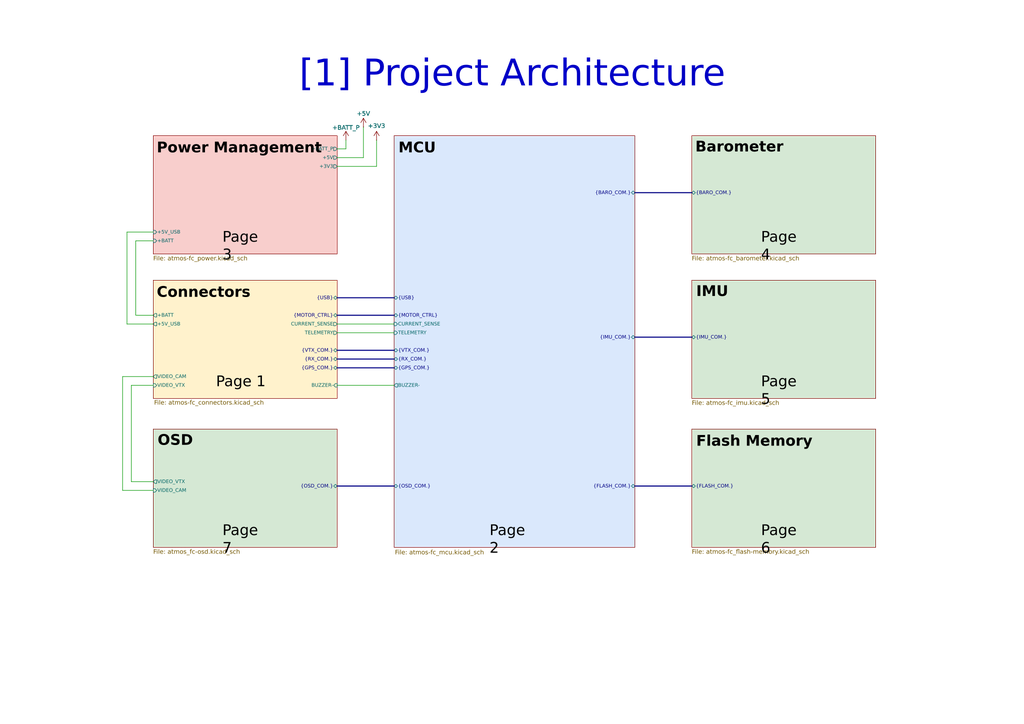
<source format=kicad_sch>
(kicad_sch (version 20231120) (generator "eeschema") (generator_version "8.0")
  (paper "A4")
  (title_block (title "Project Architecture") (date "2025-09-01") (rev "0.1"))
  (lib_symbols
    (symbol "0_power:+BATT_P" (power) (in_bom no) (on_board no)
      (property "Value" "+BATT_P" (at 0 1.27 0))
      (symbol "+BATT_P_0_1"
        (polyline (pts (xy -0.762 -1.27) (xy 0 0)))
        (polyline (pts (xy 0 -2.54) (xy 0 0)))
        (polyline (pts (xy 0 0) (xy 0.762 -1.27)))
      )
      (symbol "+BATT_P_1_1"
        (pin power_in line (at 0 -2.54 270) (length 0) hide (name "+BATT_P") (number ""))
      )
    )
    (symbol "power:+3V3" (power) (pin_numbers hide) (pin_names (offset 0) hide)
      (property "Value" "+3V3" (at 0 3.556 0))
      (symbol "+3V3_0_1"
        (polyline (pts (xy -0.762 1.27) (xy 0 2.54)))
        (polyline (pts (xy 0 0) (xy 0 2.54)))
        (polyline (pts (xy 0 2.54) (xy 0.762 1.27)))
      )
      (symbol "+3V3_1_1"
        (pin power_in line (at 0 0 90) (length 0) (name "~") (number "1"))
      )
    )
    (symbol "power:+5V" (power) (pin_numbers hide) (pin_names (offset 0) hide)
      (property "Value" "+5V" (at 0 3.556 0))
      (symbol "+5V_0_1"
        (polyline (pts (xy -0.762 1.27) (xy 0 2.54)))
        (polyline (pts (xy 0 0) (xy 0 2.54)))
        (polyline (pts (xy 0 2.54) (xy 0.762 1.27)))
      )
      (symbol "+5V_1_1"
        (pin power_in line (at 0 0 90) (length 0) (name "~") (number "1"))
      )
    )
  )
  (wire (pts (xy 44.45 139.7) (xy 38.1 139.7)))
  (bus (pts (xy 97.79 104.14) (xy 114.3 104.14)))
  (wire (pts (xy 105.41 36.83) (xy 105.41 45.72)))
  (wire (pts (xy 35.56 142.24) (xy 44.45 142.24)))
  (wire (pts (xy 35.56 109.22) (xy 35.56 142.24)))
  (wire (pts (xy 97.79 96.52) (xy 114.3 96.52)))
  (wire (pts (xy 38.1 139.7) (xy 38.1 111.76)))
  (wire (pts (xy 97.79 93.98) (xy 114.3 93.98)))
  (wire (pts (xy 36.83 93.98) (xy 36.83 67.31)))
  (wire (pts (xy 97.79 111.76) (xy 114.3 111.76)))
  (wire (pts (xy 100.33 40.64) (xy 100.33 43.18)))
  (wire (pts (xy 97.79 45.72) (xy 105.41 45.72)))
  (bus (pts (xy 97.79 101.6) (xy 114.3 101.6)))
  (bus (pts (xy 97.79 140.97) (xy 114.3 140.97)))
  (wire (pts (xy 44.45 109.22) (xy 35.56 109.22)))
  (bus (pts (xy 184.15 97.79) (xy 200.66 97.79)))
  (wire (pts (xy 97.79 48.26) (xy 109.22 48.26)))
  (wire (pts (xy 39.37 91.44) (xy 39.37 69.85)))
  (bus (pts (xy 97.79 91.44) (xy 114.3 91.44)))
  (wire (pts (xy 38.1 111.76) (xy 44.45 111.76)))
  (wire (pts (xy 44.45 93.98) (xy 36.83 93.98)))
  (bus (pts (xy 184.15 55.88) (xy 200.66 55.88)))
  (bus (pts (xy 184.15 140.97) (xy 200.66 140.97)))
  (wire (pts (xy 97.79 43.18) (xy 100.33 43.18)))
  (wire (pts (xy 36.83 67.31) (xy 44.45 67.31)))
  (wire (pts (xy 109.22 40.64) (xy 109.22 48.26)))
  (wire (pts (xy 39.37 69.85) (xy 44.45 69.85)))
  (bus (pts (xy 97.79 86.36) (xy 114.3 86.36)))
  (bus (pts (xy 97.79 106.68) (xy 114.3 106.68)))
  (wire (pts (xy 44.45 91.44) (xy 39.37 91.44)))
  (text_box "Page 3" (at 62.23 64.77 0) (size 19.05 8.89) (stroke (width -0.0001)) (effects (font (size 3.048 3.048) (thickness 0.381)) (justify left top)))
  (text_box "Page 6" (at 218.44 149.86 0) (size 19.05 8.89) (stroke (width -0.0001)) (effects (font (size 3.048 3.048) (thickness 0.381)) (justify left top)))
  (text_box "Page 4" (at 218.44 64.77 0) (size 19.05 8.89) (stroke (width -0.0001)) (effects (font (size 3.048 3.048) (thickness 0.381)) (justify left top)))
  (text_box "[${#}] ${TITLE}" (at 11.43 11.43 0) (size 274.32 22.86) (stroke (width -0.0001)) (effects (font (size 7.62 7.62)) (justify top)))
  (text_box "Page 5" (at 218.44 106.68 0) (size 19.05 8.89) (stroke (width -0.0001)) (effects (font (size 3.048 3.048) (thickness 0.381)) (justify left top)))
  (text_box "Page 2" (at 139.7 149.86 0) (size 19.05 8.89) (stroke (width -0.0001)) (effects (font (size 3.048 3.048) (thickness 0.381)) (justify left top)))
  (text_box "Page 1" (at 55.88 106.68 0) (size 27.94 8.89) (stroke (width -0.0001)) (effects (font (size 3.048 3.048) (thickness 0.381)) (justify top)))
  (text_box "Page 7" (at 62.23 149.86 0) (size 19.05 8.89) (stroke (width -0.0001)) (effects (font (size 3.048 3.048) (thickness 0.381)) (justify left top)))
  (symbol (lib_id "power:+3V3") (at 109.22 40.64 0) (unit 1)
    (property "Reference" "#PWR061" (effects (hide yes)))
    (property "Value" "+3V3" (at 109.22 36.576 0))
    (property "Description" "Power symbol creates a global label with name \"+3V3\"" (effects (hide yes)))
  )
  (symbol (lib_id "power:+5V") (at 105.41 36.83 0) (unit 1)
    (property "Reference" "#PWR049" (effects (hide yes)))
    (property "Value" "+5V" (at 105.41 33.02 0))
    (property "Description" "Power symbol creates a global label with name \"+5V\"" (effects (hide yes)))
  )
  (symbol (lib_id "0_power:+BATT_P") (at 100.33 38.1 0) (unit 1) (in_bom no) (on_board no)
    (property "Reference" "#PWR026" (effects (hide yes)))
    (property "Value" "+BATT_P" (at 100.33 37.084 0))
    (property "Description" "Power symbol creates a global label with name \"+BATT_P\"" (effects (hide yes)))
  )
  (sheet (at 200.66 124.46) (size 53.34 34.29) (stroke (width 0.1524)) (fill (color 213 232 212 1.0000))
    (property "Sheetname" "Flash Memory" (at 201.93 129.794 0) (effects (font (size 3.048 3.048) (thickness 0.6096) (bold yes)) (justify left bottom)))
    (property "Sheetfile" "atmos-fc_flash-memory.kicad_sch" (at 200.66 159.3346 0) (effects (justify left top)))
    (pin "{FLASH_COM.}" bidirectional (at 200.66 140.97 180) (effects (font (size 1.016 1.016))))
  )
  (sheet (at 44.45 124.46) (size 53.34 34.29) (stroke (width 0.1524)) (fill (color 213 232 212 1.0000))
    (property "Sheetname" "OSD" (at 45.72 129.54 0) (effects (font (size 3.048 3.048) (thickness 0.6096) (bold yes)) (justify left bottom)))
    (property "Sheetfile" "atmos_fc-osd.kicad_sch" (at 44.45 159.3346 0) (effects (justify left top)))
    (pin "VIDEO_CAM" input (at 44.45 142.24 180) (effects (font (size 1.016 1.016))))
    (pin "{OSD_COM.}" bidirectional (at 97.79 140.97 0) (effects (font (size 1.016 1.016))))
    (pin "VIDEO_VTX" output (at 44.45 139.7 180) (effects (font (size 1.016 1.016))))
  )
  (sheet (at 44.45 81.28) (size 53.34 34.29) (stroke (width 0.1524)) (fill (color 255 242 204 1.0000))
    (property "Sheetname" "Connectors" (at 45.466 86.614 0) (effects (font (size 3.048 3.048) (bold yes)) (justify left bottom)))
    (property "Sheetfile" "atmos-fc_connectors.kicad_sch" (at 44.704 116.078 0) (effects (justify left top)))
    (pin "{GPS_COM.}" bidirectional (at 97.79 106.68 0) (effects (font (size 1.016 1.016))))
    (pin "{RX_COM.}" bidirectional (at 97.79 104.14 0) (effects (font (size 1.016 1.016))))
    (pin "+5V_USB" output (at 44.45 93.98 180) (effects (font (size 1.016 1.016))))
    (pin "+BATT" output (at 44.45 91.44 180) (effects (font (size 1.016 1.016))))
    (pin "{USB}" bidirectional (at 97.79 86.36 0) (effects (font (size 1.016 1.016))))
    (pin "{VTX_COM.}" bidirectional (at 97.79 101.6 0) (effects (font (size 1.016 1.016))))
    (pin "VIDEO_VTX" input (at 44.45 111.76 180) (effects (font (size 1.016 1.016))))
    (pin "CURRENT_SENSE" output (at 97.79 93.98 0) (effects (font (size 1.016 1.016))))
    (pin "TELEMETRY" output (at 97.79 96.52 0) (effects (font (size 1.016 1.016))))
    (pin "VIDEO_CAM" output (at 44.45 109.22 180) (effects (font (size 1.016 1.016))))
    (pin "{MOTOR_CTRL}" bidirectional (at 97.79 91.44 0) (effects (font (size 1.016 1.016))))
    (pin "BUZZER-" input (at 97.79 111.76 0) (effects (font (size 1.016 1.016))))
  )
  (sheet (at 200.66 39.37) (size 53.34 34.29) (stroke (width 0.1524)) (fill (color 213 232 212 1.0000))
    (property "Sheetname" "Barometer" (at 201.676 44.45 0) (effects (font (size 3.048 3.048) (thickness 0.6096) (bold yes)) (justify left bottom)))
    (property "Sheetfile" "atmos-fc_barometer.kicad_sch" (at 200.66 74.2446 0) (effects (justify left top)))
    (pin "{BARO_COM.}" bidirectional (at 200.66 55.88 180) (effects (font (size 1.016 1.016))))
  )
  (sheet (at 200.66 81.28) (size 53.34 34.29) (stroke (width 0.1524)) (fill (color 213 232 212 1.0000))
    (property "Sheetname" "IMU" (at 201.93 86.36 0) (effects (font (size 3.048 3.048) (thickness 0.6096) (bold yes)) (justify left bottom)))
    (property "Sheetfile" "atmos-fc_imu.kicad_sch" (at 200.66 116.1546 0) (effects (justify left top)))
    (pin "{IMU_COM.}" bidirectional (at 200.66 97.79 180) (effects (font (size 1.016 1.016))))
  )
  (sheet (at 114.3 39.37) (size 69.85 119.38) (stroke (width 0.1524)) (fill (color 218 232 252 1.0000))
    (property "Sheetname" "MCU" (at 115.57 44.704 0) (effects (font (size 3.048 3.048) (thickness 0.6096) (bold yes)) (justify left bottom)))
    (property "Sheetfile" "atmos-fc_mcu.kicad_sch" (at 114.554 159.512 0) (effects (justify left top)))
    (pin "TELEMETRY" input (at 114.3 96.52 180) (effects (font (size 1.016 1.016))))
    (pin "CURRENT_SENSE" input (at 114.3 93.98 180) (effects (font (size 1.016 1.016))))
    (pin "{USB}" bidirectional (at 114.3 86.36 180) (effects (font (size 1.016 1.016))))
    (pin "{RX_COM.}" bidirectional (at 114.3 104.14 180) (effects (font (size 1.016 1.016))))
    (pin "{GPS_COM.}" bidirectional (at 114.3 106.68 180) (effects (font (size 1.016 1.016))))
    (pin "{VTX_COM.}" bidirectional (at 114.3 101.6 180) (effects (font (size 1.016 1.016))))
    (pin "{OSD_COM.}" bidirectional (at 114.3 140.97 180) (effects (font (size 1.016 1.016))))
    (pin "{FLASH_COM.}" bidirectional (at 184.15 140.97 0) (effects (font (size 1.016 1.016))))
    (pin "{IMU_COM.}" bidirectional (at 184.15 97.79 0) (effects (font (size 1.016 1.016))))
    (pin "{MOTOR_CTRL}" bidirectional (at 114.3 91.44 180) (effects (font (size 1.016 1.016))))
    (pin "{BARO_COM.}" bidirectional (at 184.15 55.88 0) (effects (font (size 1.016 1.016))))
    (pin "BUZZER-" output (at 114.3 111.76 180) (effects (font (size 1.016 1.016))))
  )
  (sheet (at 44.45 39.37) (size 53.34 34.29) (stroke (width 0.1524)) (fill (color 248 206 204 1.0000))
    (property "Sheetname" "Power Management" (at 45.466 44.704 0) (effects (font (size 3.048 3.048) (thickness 0.6096) (bold yes)) (justify left bottom)))
    (property "Sheetfile" "atmos-fc_power.kicad_sch" (at 44.45 74.2446 0) (effects (justify left top)))
    (pin "+5V" output (at 97.79 45.72 0) (effects (font (size 1.016 1.016))))
    (pin "+3V3" output (at 97.79 48.26 0) (effects (font (size 1.016 1.016))))
    (pin "+BATT" input (at 44.45 69.85 180) (effects (font (size 1.016 1.016))))
    (pin "+5V_USB" input (at 44.45 67.31 180) (effects (font (size 1.016 1.016))))
    (pin "+BATT_P" output (at 97.79 43.18 0) (effects (font (size 1.016 1.016))))
  )
)
</source>
